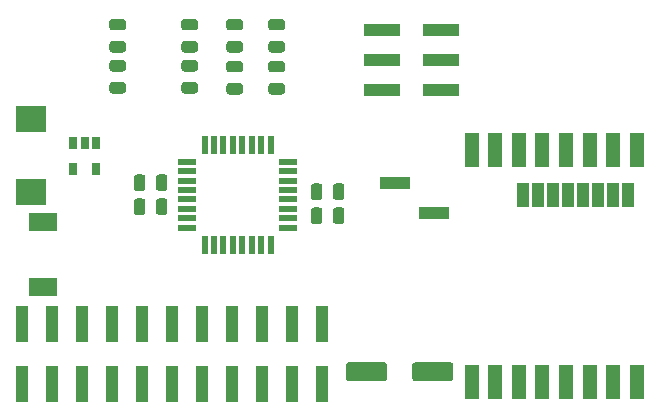
<source format=gtp>
G04 #@! TF.GenerationSoftware,KiCad,Pcbnew,5.1.6-c6e7f7d~87~ubuntu18.04.1*
G04 #@! TF.CreationDate,2020-07-15T21:40:22+02:00*
G04 #@! TF.ProjectId,Mini-BT-Pcb-328P,4d696e69-2d42-4542-9d50-63622d333238,2.0*
G04 #@! TF.SameCoordinates,Original*
G04 #@! TF.FileFunction,Paste,Top*
G04 #@! TF.FilePolarity,Positive*
%FSLAX46Y46*%
G04 Gerber Fmt 4.6, Leading zero omitted, Abs format (unit mm)*
G04 Created by KiCad (PCBNEW 5.1.6-c6e7f7d~87~ubuntu18.04.1) date 2020-07-15 21:40:22*
%MOMM*%
%LPD*%
G01*
G04 APERTURE LIST*
%ADD10R,3.150000X1.000000*%
%ADD11R,1.000000X3.150000*%
%ADD12R,2.510000X1.000000*%
%ADD13R,2.400000X1.500000*%
%ADD14R,1.600000X0.550000*%
%ADD15R,0.550000X1.600000*%
%ADD16R,0.650000X1.060000*%
%ADD17R,2.520000X2.310000*%
%ADD18R,1.000000X2.000000*%
%ADD19R,1.200000X3.000000*%
G04 APERTURE END LIST*
G36*
G01*
X147625750Y-79619500D02*
X148538250Y-79619500D01*
G75*
G02*
X148782000Y-79863250I0J-243750D01*
G01*
X148782000Y-80350750D01*
G75*
G02*
X148538250Y-80594500I-243750J0D01*
G01*
X147625750Y-80594500D01*
G75*
G02*
X147382000Y-80350750I0J243750D01*
G01*
X147382000Y-79863250D01*
G75*
G02*
X147625750Y-79619500I243750J0D01*
G01*
G37*
G36*
G01*
X147625750Y-77744500D02*
X148538250Y-77744500D01*
G75*
G02*
X148782000Y-77988250I0J-243750D01*
G01*
X148782000Y-78475750D01*
G75*
G02*
X148538250Y-78719500I-243750J0D01*
G01*
X147625750Y-78719500D01*
G75*
G02*
X147382000Y-78475750I0J243750D01*
G01*
X147382000Y-77988250D01*
G75*
G02*
X147625750Y-77744500I243750J0D01*
G01*
G37*
D10*
X169403000Y-80264000D03*
X164353000Y-80264000D03*
X169403000Y-77724000D03*
X164353000Y-77724000D03*
X169403000Y-75184000D03*
X164353000Y-75184000D03*
D11*
X133858000Y-105141000D03*
X133858000Y-100091000D03*
X136398000Y-105141000D03*
X136398000Y-100091000D03*
X138938000Y-105141000D03*
X138938000Y-100091000D03*
X141478000Y-105141000D03*
X141478000Y-100091000D03*
X144018000Y-105141000D03*
X144018000Y-100091000D03*
X146558000Y-105141000D03*
X146558000Y-100091000D03*
X149098000Y-105141000D03*
X149098000Y-100091000D03*
X151638000Y-105141000D03*
X151638000Y-100091000D03*
X154178000Y-105141000D03*
X154178000Y-100091000D03*
X156718000Y-105141000D03*
X156718000Y-100091000D03*
X159258000Y-105141000D03*
X159258000Y-100091000D03*
G36*
G01*
X161312000Y-104690000D02*
X161312000Y-103590000D01*
G75*
G02*
X161562000Y-103340000I250000J0D01*
G01*
X164562000Y-103340000D01*
G75*
G02*
X164812000Y-103590000I0J-250000D01*
G01*
X164812000Y-104690000D01*
G75*
G02*
X164562000Y-104940000I-250000J0D01*
G01*
X161562000Y-104940000D01*
G75*
G02*
X161312000Y-104690000I0J250000D01*
G01*
G37*
G36*
G01*
X166912000Y-104690000D02*
X166912000Y-103590000D01*
G75*
G02*
X167162000Y-103340000I250000J0D01*
G01*
X170162000Y-103340000D01*
G75*
G02*
X170412000Y-103590000I0J-250000D01*
G01*
X170412000Y-104690000D01*
G75*
G02*
X170162000Y-104940000I-250000J0D01*
G01*
X167162000Y-104940000D01*
G75*
G02*
X166912000Y-104690000I0J250000D01*
G01*
G37*
G36*
G01*
X146205000Y-89713750D02*
X146205000Y-90626250D01*
G75*
G02*
X145961250Y-90870000I-243750J0D01*
G01*
X145473750Y-90870000D01*
G75*
G02*
X145230000Y-90626250I0J243750D01*
G01*
X145230000Y-89713750D01*
G75*
G02*
X145473750Y-89470000I243750J0D01*
G01*
X145961250Y-89470000D01*
G75*
G02*
X146205000Y-89713750I0J-243750D01*
G01*
G37*
G36*
G01*
X144330000Y-89713750D02*
X144330000Y-90626250D01*
G75*
G02*
X144086250Y-90870000I-243750J0D01*
G01*
X143598750Y-90870000D01*
G75*
G02*
X143355000Y-90626250I0J243750D01*
G01*
X143355000Y-89713750D01*
G75*
G02*
X143598750Y-89470000I243750J0D01*
G01*
X144086250Y-89470000D01*
G75*
G02*
X144330000Y-89713750I0J-243750D01*
G01*
G37*
G36*
G01*
X144330000Y-87681750D02*
X144330000Y-88594250D01*
G75*
G02*
X144086250Y-88838000I-243750J0D01*
G01*
X143598750Y-88838000D01*
G75*
G02*
X143355000Y-88594250I0J243750D01*
G01*
X143355000Y-87681750D01*
G75*
G02*
X143598750Y-87438000I243750J0D01*
G01*
X144086250Y-87438000D01*
G75*
G02*
X144330000Y-87681750I0J-243750D01*
G01*
G37*
G36*
G01*
X146205000Y-87681750D02*
X146205000Y-88594250D01*
G75*
G02*
X145961250Y-88838000I-243750J0D01*
G01*
X145473750Y-88838000D01*
G75*
G02*
X145230000Y-88594250I0J243750D01*
G01*
X145230000Y-87681750D01*
G75*
G02*
X145473750Y-87438000I243750J0D01*
G01*
X145961250Y-87438000D01*
G75*
G02*
X146205000Y-87681750I0J-243750D01*
G01*
G37*
G36*
G01*
X158341000Y-89356250D02*
X158341000Y-88443750D01*
G75*
G02*
X158584750Y-88200000I243750J0D01*
G01*
X159072250Y-88200000D01*
G75*
G02*
X159316000Y-88443750I0J-243750D01*
G01*
X159316000Y-89356250D01*
G75*
G02*
X159072250Y-89600000I-243750J0D01*
G01*
X158584750Y-89600000D01*
G75*
G02*
X158341000Y-89356250I0J243750D01*
G01*
G37*
G36*
G01*
X160216000Y-89356250D02*
X160216000Y-88443750D01*
G75*
G02*
X160459750Y-88200000I243750J0D01*
G01*
X160947250Y-88200000D01*
G75*
G02*
X161191000Y-88443750I0J-243750D01*
G01*
X161191000Y-89356250D01*
G75*
G02*
X160947250Y-89600000I-243750J0D01*
G01*
X160459750Y-89600000D01*
G75*
G02*
X160216000Y-89356250I0J243750D01*
G01*
G37*
G36*
G01*
X160216000Y-91388250D02*
X160216000Y-90475750D01*
G75*
G02*
X160459750Y-90232000I243750J0D01*
G01*
X160947250Y-90232000D01*
G75*
G02*
X161191000Y-90475750I0J-243750D01*
G01*
X161191000Y-91388250D01*
G75*
G02*
X160947250Y-91632000I-243750J0D01*
G01*
X160459750Y-91632000D01*
G75*
G02*
X160216000Y-91388250I0J243750D01*
G01*
G37*
G36*
G01*
X158341000Y-91388250D02*
X158341000Y-90475750D01*
G75*
G02*
X158584750Y-90232000I243750J0D01*
G01*
X159072250Y-90232000D01*
G75*
G02*
X159316000Y-90475750I0J-243750D01*
G01*
X159316000Y-91388250D01*
G75*
G02*
X159072250Y-91632000I-243750J0D01*
G01*
X158584750Y-91632000D01*
G75*
G02*
X158341000Y-91388250I0J243750D01*
G01*
G37*
D12*
X168787000Y-90678000D03*
X165477000Y-88138000D03*
D13*
X135636000Y-96984000D03*
X135636000Y-91484000D03*
G36*
G01*
X147625750Y-76142000D02*
X148538250Y-76142000D01*
G75*
G02*
X148782000Y-76385750I0J-243750D01*
G01*
X148782000Y-76873250D01*
G75*
G02*
X148538250Y-77117000I-243750J0D01*
G01*
X147625750Y-77117000D01*
G75*
G02*
X147382000Y-76873250I0J243750D01*
G01*
X147382000Y-76385750D01*
G75*
G02*
X147625750Y-76142000I243750J0D01*
G01*
G37*
G36*
G01*
X147625750Y-74267000D02*
X148538250Y-74267000D01*
G75*
G02*
X148782000Y-74510750I0J-243750D01*
G01*
X148782000Y-74998250D01*
G75*
G02*
X148538250Y-75242000I-243750J0D01*
G01*
X147625750Y-75242000D01*
G75*
G02*
X147382000Y-74998250I0J243750D01*
G01*
X147382000Y-74510750D01*
G75*
G02*
X147625750Y-74267000I243750J0D01*
G01*
G37*
G36*
G01*
X154991750Y-74267000D02*
X155904250Y-74267000D01*
G75*
G02*
X156148000Y-74510750I0J-243750D01*
G01*
X156148000Y-74998250D01*
G75*
G02*
X155904250Y-75242000I-243750J0D01*
G01*
X154991750Y-75242000D01*
G75*
G02*
X154748000Y-74998250I0J243750D01*
G01*
X154748000Y-74510750D01*
G75*
G02*
X154991750Y-74267000I243750J0D01*
G01*
G37*
G36*
G01*
X154991750Y-76142000D02*
X155904250Y-76142000D01*
G75*
G02*
X156148000Y-76385750I0J-243750D01*
G01*
X156148000Y-76873250D01*
G75*
G02*
X155904250Y-77117000I-243750J0D01*
G01*
X154991750Y-77117000D01*
G75*
G02*
X154748000Y-76873250I0J243750D01*
G01*
X154748000Y-76385750D01*
G75*
G02*
X154991750Y-76142000I243750J0D01*
G01*
G37*
G36*
G01*
X151435750Y-76142000D02*
X152348250Y-76142000D01*
G75*
G02*
X152592000Y-76385750I0J-243750D01*
G01*
X152592000Y-76873250D01*
G75*
G02*
X152348250Y-77117000I-243750J0D01*
G01*
X151435750Y-77117000D01*
G75*
G02*
X151192000Y-76873250I0J243750D01*
G01*
X151192000Y-76385750D01*
G75*
G02*
X151435750Y-76142000I243750J0D01*
G01*
G37*
G36*
G01*
X151435750Y-74267000D02*
X152348250Y-74267000D01*
G75*
G02*
X152592000Y-74510750I0J-243750D01*
G01*
X152592000Y-74998250D01*
G75*
G02*
X152348250Y-75242000I-243750J0D01*
G01*
X151435750Y-75242000D01*
G75*
G02*
X151192000Y-74998250I0J243750D01*
G01*
X151192000Y-74510750D01*
G75*
G02*
X151435750Y-74267000I243750J0D01*
G01*
G37*
G36*
G01*
X141529750Y-74267000D02*
X142442250Y-74267000D01*
G75*
G02*
X142686000Y-74510750I0J-243750D01*
G01*
X142686000Y-74998250D01*
G75*
G02*
X142442250Y-75242000I-243750J0D01*
G01*
X141529750Y-75242000D01*
G75*
G02*
X141286000Y-74998250I0J243750D01*
G01*
X141286000Y-74510750D01*
G75*
G02*
X141529750Y-74267000I243750J0D01*
G01*
G37*
G36*
G01*
X141529750Y-76142000D02*
X142442250Y-76142000D01*
G75*
G02*
X142686000Y-76385750I0J-243750D01*
G01*
X142686000Y-76873250D01*
G75*
G02*
X142442250Y-77117000I-243750J0D01*
G01*
X141529750Y-77117000D01*
G75*
G02*
X141286000Y-76873250I0J243750D01*
G01*
X141286000Y-76385750D01*
G75*
G02*
X141529750Y-76142000I243750J0D01*
G01*
G37*
D14*
X147896000Y-86354000D03*
X147896000Y-87154000D03*
X147896000Y-87954000D03*
X147896000Y-88754000D03*
X147896000Y-89554000D03*
X147896000Y-90354000D03*
X147896000Y-91154000D03*
X147896000Y-91954000D03*
D15*
X149346000Y-93404000D03*
X150146000Y-93404000D03*
X150946000Y-93404000D03*
X151746000Y-93404000D03*
X152546000Y-93404000D03*
X153346000Y-93404000D03*
X154146000Y-93404000D03*
X154946000Y-93404000D03*
D14*
X156396000Y-91954000D03*
X156396000Y-91154000D03*
X156396000Y-90354000D03*
X156396000Y-89554000D03*
X156396000Y-88754000D03*
X156396000Y-87954000D03*
X156396000Y-87154000D03*
X156396000Y-86354000D03*
D15*
X154946000Y-84904000D03*
X154146000Y-84904000D03*
X153346000Y-84904000D03*
X152546000Y-84904000D03*
X151746000Y-84904000D03*
X150946000Y-84904000D03*
X150146000Y-84904000D03*
X149346000Y-84904000D03*
D16*
X140142000Y-84752000D03*
X139192000Y-84752000D03*
X138242000Y-84752000D03*
X138242000Y-86952000D03*
X140142000Y-86952000D03*
G36*
G01*
X141529750Y-77744500D02*
X142442250Y-77744500D01*
G75*
G02*
X142686000Y-77988250I0J-243750D01*
G01*
X142686000Y-78475750D01*
G75*
G02*
X142442250Y-78719500I-243750J0D01*
G01*
X141529750Y-78719500D01*
G75*
G02*
X141286000Y-78475750I0J243750D01*
G01*
X141286000Y-77988250D01*
G75*
G02*
X141529750Y-77744500I243750J0D01*
G01*
G37*
G36*
G01*
X141529750Y-79619500D02*
X142442250Y-79619500D01*
G75*
G02*
X142686000Y-79863250I0J-243750D01*
G01*
X142686000Y-80350750D01*
G75*
G02*
X142442250Y-80594500I-243750J0D01*
G01*
X141529750Y-80594500D01*
G75*
G02*
X141286000Y-80350750I0J243750D01*
G01*
X141286000Y-79863250D01*
G75*
G02*
X141529750Y-79619500I243750J0D01*
G01*
G37*
G36*
G01*
X151435750Y-77823000D02*
X152348250Y-77823000D01*
G75*
G02*
X152592000Y-78066750I0J-243750D01*
G01*
X152592000Y-78554250D01*
G75*
G02*
X152348250Y-78798000I-243750J0D01*
G01*
X151435750Y-78798000D01*
G75*
G02*
X151192000Y-78554250I0J243750D01*
G01*
X151192000Y-78066750D01*
G75*
G02*
X151435750Y-77823000I243750J0D01*
G01*
G37*
G36*
G01*
X151435750Y-79698000D02*
X152348250Y-79698000D01*
G75*
G02*
X152592000Y-79941750I0J-243750D01*
G01*
X152592000Y-80429250D01*
G75*
G02*
X152348250Y-80673000I-243750J0D01*
G01*
X151435750Y-80673000D01*
G75*
G02*
X151192000Y-80429250I0J243750D01*
G01*
X151192000Y-79941750D01*
G75*
G02*
X151435750Y-79698000I243750J0D01*
G01*
G37*
G36*
G01*
X154991750Y-79698000D02*
X155904250Y-79698000D01*
G75*
G02*
X156148000Y-79941750I0J-243750D01*
G01*
X156148000Y-80429250D01*
G75*
G02*
X155904250Y-80673000I-243750J0D01*
G01*
X154991750Y-80673000D01*
G75*
G02*
X154748000Y-80429250I0J243750D01*
G01*
X154748000Y-79941750D01*
G75*
G02*
X154991750Y-79698000I243750J0D01*
G01*
G37*
G36*
G01*
X154991750Y-77823000D02*
X155904250Y-77823000D01*
G75*
G02*
X156148000Y-78066750I0J-243750D01*
G01*
X156148000Y-78554250D01*
G75*
G02*
X155904250Y-78798000I-243750J0D01*
G01*
X154991750Y-78798000D01*
G75*
G02*
X154748000Y-78554250I0J243750D01*
G01*
X154748000Y-78066750D01*
G75*
G02*
X154991750Y-77823000I243750J0D01*
G01*
G37*
D17*
X134620000Y-82752000D03*
X134620000Y-88952000D03*
D18*
X185166000Y-89154000D03*
X183896000Y-89154000D03*
X182626000Y-89154000D03*
X181356000Y-89154000D03*
X180086000Y-89154000D03*
X178816000Y-89154000D03*
X177546000Y-89154000D03*
X176276000Y-89154000D03*
D19*
X171958000Y-105044000D03*
X173958000Y-105044000D03*
X175958000Y-105044000D03*
X177958000Y-105044000D03*
X179958000Y-105044000D03*
X181958000Y-105044000D03*
X183958000Y-105044000D03*
X185958000Y-105044000D03*
X185958000Y-85344000D03*
X183958000Y-85344000D03*
X181958000Y-85344000D03*
X179958000Y-85344000D03*
X177958000Y-85344000D03*
X175958000Y-85344000D03*
X173958000Y-85344000D03*
X171958000Y-85344000D03*
M02*

</source>
